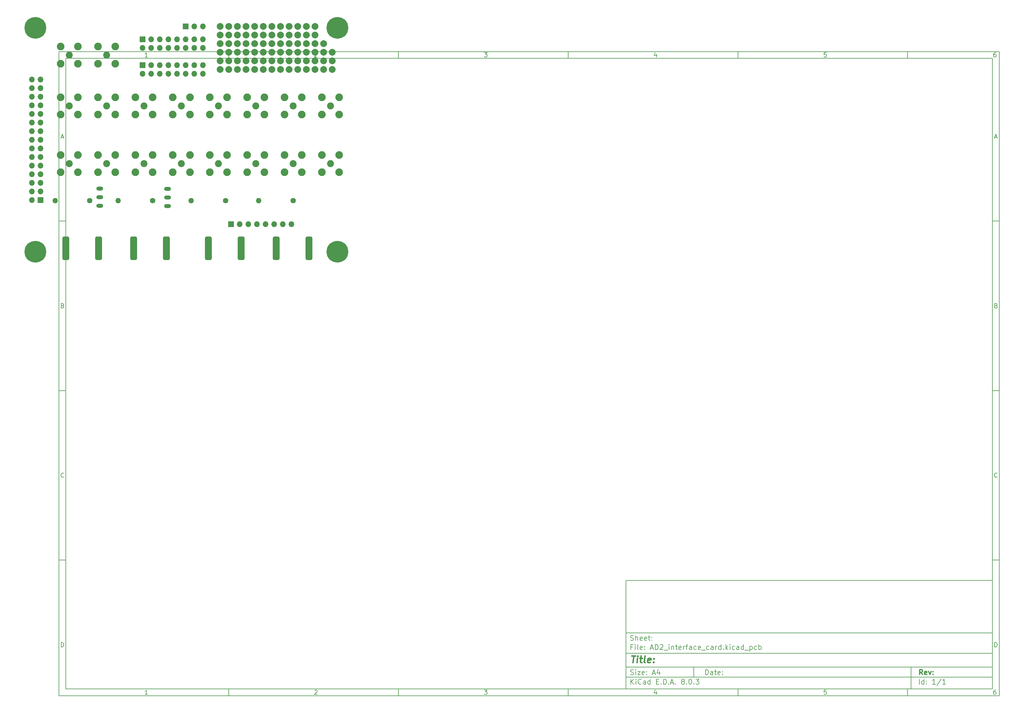
<source format=gbr>
%TF.GenerationSoftware,KiCad,Pcbnew,8.0.3*%
%TF.CreationDate,2024-12-12T12:19:01+09:00*%
%TF.ProjectId,AD2_interface_card,4144325f-696e-4746-9572-666163655f63,rev?*%
%TF.SameCoordinates,Original*%
%TF.FileFunction,Soldermask,Bot*%
%TF.FilePolarity,Negative*%
%FSLAX46Y46*%
G04 Gerber Fmt 4.6, Leading zero omitted, Abs format (unit mm)*
G04 Created by KiCad (PCBNEW 8.0.3) date 2024-12-12 12:19:01*
%MOMM*%
%LPD*%
G01*
G04 APERTURE LIST*
G04 Aperture macros list*
%AMRoundRect*
0 Rectangle with rounded corners*
0 $1 Rounding radius*
0 $2 $3 $4 $5 $6 $7 $8 $9 X,Y pos of 4 corners*
0 Add a 4 corners polygon primitive as box body*
4,1,4,$2,$3,$4,$5,$6,$7,$8,$9,$2,$3,0*
0 Add four circle primitives for the rounded corners*
1,1,$1+$1,$2,$3*
1,1,$1+$1,$4,$5*
1,1,$1+$1,$6,$7*
1,1,$1+$1,$8,$9*
0 Add four rect primitives between the rounded corners*
20,1,$1+$1,$2,$3,$4,$5,0*
20,1,$1+$1,$4,$5,$6,$7,0*
20,1,$1+$1,$6,$7,$8,$9,0*
20,1,$1+$1,$8,$9,$2,$3,0*%
G04 Aperture macros list end*
%ADD10C,0.100000*%
%ADD11C,0.150000*%
%ADD12C,0.300000*%
%ADD13C,0.400000*%
%ADD14C,2.050000*%
%ADD15C,2.250000*%
%ADD16C,2.000000*%
%ADD17O,2.000000X1.200000*%
%ADD18C,0.800000*%
%ADD19RoundRect,0.500000X-0.500000X-3.000000X0.500000X-3.000000X0.500000X3.000000X-0.500000X3.000000X0*%
%ADD20C,6.400000*%
%ADD21R,1.700000X1.700000*%
%ADD22O,1.700000X1.700000*%
%ADD23C,1.600000*%
%ADD24O,1.600000X1.600000*%
G04 APERTURE END LIST*
D10*
D11*
X177002200Y-166007200D02*
X285002200Y-166007200D01*
X285002200Y-198007200D01*
X177002200Y-198007200D01*
X177002200Y-166007200D01*
D10*
D11*
X10000000Y-10000000D02*
X287002200Y-10000000D01*
X287002200Y-200007200D01*
X10000000Y-200007200D01*
X10000000Y-10000000D01*
D10*
D11*
X12000000Y-12000000D02*
X285002200Y-12000000D01*
X285002200Y-198007200D01*
X12000000Y-198007200D01*
X12000000Y-12000000D01*
D10*
D11*
X60000000Y-12000000D02*
X60000000Y-10000000D01*
D10*
D11*
X110000000Y-12000000D02*
X110000000Y-10000000D01*
D10*
D11*
X160000000Y-12000000D02*
X160000000Y-10000000D01*
D10*
D11*
X210000000Y-12000000D02*
X210000000Y-10000000D01*
D10*
D11*
X260000000Y-12000000D02*
X260000000Y-10000000D01*
D10*
D11*
X36089160Y-11593604D02*
X35346303Y-11593604D01*
X35717731Y-11593604D02*
X35717731Y-10293604D01*
X35717731Y-10293604D02*
X35593922Y-10479319D01*
X35593922Y-10479319D02*
X35470112Y-10603128D01*
X35470112Y-10603128D02*
X35346303Y-10665033D01*
D10*
D11*
X85346303Y-10417414D02*
X85408207Y-10355509D01*
X85408207Y-10355509D02*
X85532017Y-10293604D01*
X85532017Y-10293604D02*
X85841541Y-10293604D01*
X85841541Y-10293604D02*
X85965350Y-10355509D01*
X85965350Y-10355509D02*
X86027255Y-10417414D01*
X86027255Y-10417414D02*
X86089160Y-10541223D01*
X86089160Y-10541223D02*
X86089160Y-10665033D01*
X86089160Y-10665033D02*
X86027255Y-10850747D01*
X86027255Y-10850747D02*
X85284398Y-11593604D01*
X85284398Y-11593604D02*
X86089160Y-11593604D01*
D10*
D11*
X135284398Y-10293604D02*
X136089160Y-10293604D01*
X136089160Y-10293604D02*
X135655826Y-10788842D01*
X135655826Y-10788842D02*
X135841541Y-10788842D01*
X135841541Y-10788842D02*
X135965350Y-10850747D01*
X135965350Y-10850747D02*
X136027255Y-10912652D01*
X136027255Y-10912652D02*
X136089160Y-11036461D01*
X136089160Y-11036461D02*
X136089160Y-11345985D01*
X136089160Y-11345985D02*
X136027255Y-11469795D01*
X136027255Y-11469795D02*
X135965350Y-11531700D01*
X135965350Y-11531700D02*
X135841541Y-11593604D01*
X135841541Y-11593604D02*
X135470112Y-11593604D01*
X135470112Y-11593604D02*
X135346303Y-11531700D01*
X135346303Y-11531700D02*
X135284398Y-11469795D01*
D10*
D11*
X185965350Y-10726938D02*
X185965350Y-11593604D01*
X185655826Y-10231700D02*
X185346303Y-11160271D01*
X185346303Y-11160271D02*
X186151064Y-11160271D01*
D10*
D11*
X236027255Y-10293604D02*
X235408207Y-10293604D01*
X235408207Y-10293604D02*
X235346303Y-10912652D01*
X235346303Y-10912652D02*
X235408207Y-10850747D01*
X235408207Y-10850747D02*
X235532017Y-10788842D01*
X235532017Y-10788842D02*
X235841541Y-10788842D01*
X235841541Y-10788842D02*
X235965350Y-10850747D01*
X235965350Y-10850747D02*
X236027255Y-10912652D01*
X236027255Y-10912652D02*
X236089160Y-11036461D01*
X236089160Y-11036461D02*
X236089160Y-11345985D01*
X236089160Y-11345985D02*
X236027255Y-11469795D01*
X236027255Y-11469795D02*
X235965350Y-11531700D01*
X235965350Y-11531700D02*
X235841541Y-11593604D01*
X235841541Y-11593604D02*
X235532017Y-11593604D01*
X235532017Y-11593604D02*
X235408207Y-11531700D01*
X235408207Y-11531700D02*
X235346303Y-11469795D01*
D10*
D11*
X285965350Y-10293604D02*
X285717731Y-10293604D01*
X285717731Y-10293604D02*
X285593922Y-10355509D01*
X285593922Y-10355509D02*
X285532017Y-10417414D01*
X285532017Y-10417414D02*
X285408207Y-10603128D01*
X285408207Y-10603128D02*
X285346303Y-10850747D01*
X285346303Y-10850747D02*
X285346303Y-11345985D01*
X285346303Y-11345985D02*
X285408207Y-11469795D01*
X285408207Y-11469795D02*
X285470112Y-11531700D01*
X285470112Y-11531700D02*
X285593922Y-11593604D01*
X285593922Y-11593604D02*
X285841541Y-11593604D01*
X285841541Y-11593604D02*
X285965350Y-11531700D01*
X285965350Y-11531700D02*
X286027255Y-11469795D01*
X286027255Y-11469795D02*
X286089160Y-11345985D01*
X286089160Y-11345985D02*
X286089160Y-11036461D01*
X286089160Y-11036461D02*
X286027255Y-10912652D01*
X286027255Y-10912652D02*
X285965350Y-10850747D01*
X285965350Y-10850747D02*
X285841541Y-10788842D01*
X285841541Y-10788842D02*
X285593922Y-10788842D01*
X285593922Y-10788842D02*
X285470112Y-10850747D01*
X285470112Y-10850747D02*
X285408207Y-10912652D01*
X285408207Y-10912652D02*
X285346303Y-11036461D01*
D10*
D11*
X60000000Y-198007200D02*
X60000000Y-200007200D01*
D10*
D11*
X110000000Y-198007200D02*
X110000000Y-200007200D01*
D10*
D11*
X160000000Y-198007200D02*
X160000000Y-200007200D01*
D10*
D11*
X210000000Y-198007200D02*
X210000000Y-200007200D01*
D10*
D11*
X260000000Y-198007200D02*
X260000000Y-200007200D01*
D10*
D11*
X36089160Y-199600804D02*
X35346303Y-199600804D01*
X35717731Y-199600804D02*
X35717731Y-198300804D01*
X35717731Y-198300804D02*
X35593922Y-198486519D01*
X35593922Y-198486519D02*
X35470112Y-198610328D01*
X35470112Y-198610328D02*
X35346303Y-198672233D01*
D10*
D11*
X85346303Y-198424614D02*
X85408207Y-198362709D01*
X85408207Y-198362709D02*
X85532017Y-198300804D01*
X85532017Y-198300804D02*
X85841541Y-198300804D01*
X85841541Y-198300804D02*
X85965350Y-198362709D01*
X85965350Y-198362709D02*
X86027255Y-198424614D01*
X86027255Y-198424614D02*
X86089160Y-198548423D01*
X86089160Y-198548423D02*
X86089160Y-198672233D01*
X86089160Y-198672233D02*
X86027255Y-198857947D01*
X86027255Y-198857947D02*
X85284398Y-199600804D01*
X85284398Y-199600804D02*
X86089160Y-199600804D01*
D10*
D11*
X135284398Y-198300804D02*
X136089160Y-198300804D01*
X136089160Y-198300804D02*
X135655826Y-198796042D01*
X135655826Y-198796042D02*
X135841541Y-198796042D01*
X135841541Y-198796042D02*
X135965350Y-198857947D01*
X135965350Y-198857947D02*
X136027255Y-198919852D01*
X136027255Y-198919852D02*
X136089160Y-199043661D01*
X136089160Y-199043661D02*
X136089160Y-199353185D01*
X136089160Y-199353185D02*
X136027255Y-199476995D01*
X136027255Y-199476995D02*
X135965350Y-199538900D01*
X135965350Y-199538900D02*
X135841541Y-199600804D01*
X135841541Y-199600804D02*
X135470112Y-199600804D01*
X135470112Y-199600804D02*
X135346303Y-199538900D01*
X135346303Y-199538900D02*
X135284398Y-199476995D01*
D10*
D11*
X185965350Y-198734138D02*
X185965350Y-199600804D01*
X185655826Y-198238900D02*
X185346303Y-199167471D01*
X185346303Y-199167471D02*
X186151064Y-199167471D01*
D10*
D11*
X236027255Y-198300804D02*
X235408207Y-198300804D01*
X235408207Y-198300804D02*
X235346303Y-198919852D01*
X235346303Y-198919852D02*
X235408207Y-198857947D01*
X235408207Y-198857947D02*
X235532017Y-198796042D01*
X235532017Y-198796042D02*
X235841541Y-198796042D01*
X235841541Y-198796042D02*
X235965350Y-198857947D01*
X235965350Y-198857947D02*
X236027255Y-198919852D01*
X236027255Y-198919852D02*
X236089160Y-199043661D01*
X236089160Y-199043661D02*
X236089160Y-199353185D01*
X236089160Y-199353185D02*
X236027255Y-199476995D01*
X236027255Y-199476995D02*
X235965350Y-199538900D01*
X235965350Y-199538900D02*
X235841541Y-199600804D01*
X235841541Y-199600804D02*
X235532017Y-199600804D01*
X235532017Y-199600804D02*
X235408207Y-199538900D01*
X235408207Y-199538900D02*
X235346303Y-199476995D01*
D10*
D11*
X285965350Y-198300804D02*
X285717731Y-198300804D01*
X285717731Y-198300804D02*
X285593922Y-198362709D01*
X285593922Y-198362709D02*
X285532017Y-198424614D01*
X285532017Y-198424614D02*
X285408207Y-198610328D01*
X285408207Y-198610328D02*
X285346303Y-198857947D01*
X285346303Y-198857947D02*
X285346303Y-199353185D01*
X285346303Y-199353185D02*
X285408207Y-199476995D01*
X285408207Y-199476995D02*
X285470112Y-199538900D01*
X285470112Y-199538900D02*
X285593922Y-199600804D01*
X285593922Y-199600804D02*
X285841541Y-199600804D01*
X285841541Y-199600804D02*
X285965350Y-199538900D01*
X285965350Y-199538900D02*
X286027255Y-199476995D01*
X286027255Y-199476995D02*
X286089160Y-199353185D01*
X286089160Y-199353185D02*
X286089160Y-199043661D01*
X286089160Y-199043661D02*
X286027255Y-198919852D01*
X286027255Y-198919852D02*
X285965350Y-198857947D01*
X285965350Y-198857947D02*
X285841541Y-198796042D01*
X285841541Y-198796042D02*
X285593922Y-198796042D01*
X285593922Y-198796042D02*
X285470112Y-198857947D01*
X285470112Y-198857947D02*
X285408207Y-198919852D01*
X285408207Y-198919852D02*
X285346303Y-199043661D01*
D10*
D11*
X10000000Y-60000000D02*
X12000000Y-60000000D01*
D10*
D11*
X10000000Y-110000000D02*
X12000000Y-110000000D01*
D10*
D11*
X10000000Y-160000000D02*
X12000000Y-160000000D01*
D10*
D11*
X10690476Y-35222176D02*
X11309523Y-35222176D01*
X10566666Y-35593604D02*
X10999999Y-34293604D01*
X10999999Y-34293604D02*
X11433333Y-35593604D01*
D10*
D11*
X11092857Y-84912652D02*
X11278571Y-84974557D01*
X11278571Y-84974557D02*
X11340476Y-85036461D01*
X11340476Y-85036461D02*
X11402380Y-85160271D01*
X11402380Y-85160271D02*
X11402380Y-85345985D01*
X11402380Y-85345985D02*
X11340476Y-85469795D01*
X11340476Y-85469795D02*
X11278571Y-85531700D01*
X11278571Y-85531700D02*
X11154761Y-85593604D01*
X11154761Y-85593604D02*
X10659523Y-85593604D01*
X10659523Y-85593604D02*
X10659523Y-84293604D01*
X10659523Y-84293604D02*
X11092857Y-84293604D01*
X11092857Y-84293604D02*
X11216666Y-84355509D01*
X11216666Y-84355509D02*
X11278571Y-84417414D01*
X11278571Y-84417414D02*
X11340476Y-84541223D01*
X11340476Y-84541223D02*
X11340476Y-84665033D01*
X11340476Y-84665033D02*
X11278571Y-84788842D01*
X11278571Y-84788842D02*
X11216666Y-84850747D01*
X11216666Y-84850747D02*
X11092857Y-84912652D01*
X11092857Y-84912652D02*
X10659523Y-84912652D01*
D10*
D11*
X11402380Y-135469795D02*
X11340476Y-135531700D01*
X11340476Y-135531700D02*
X11154761Y-135593604D01*
X11154761Y-135593604D02*
X11030952Y-135593604D01*
X11030952Y-135593604D02*
X10845238Y-135531700D01*
X10845238Y-135531700D02*
X10721428Y-135407890D01*
X10721428Y-135407890D02*
X10659523Y-135284080D01*
X10659523Y-135284080D02*
X10597619Y-135036461D01*
X10597619Y-135036461D02*
X10597619Y-134850747D01*
X10597619Y-134850747D02*
X10659523Y-134603128D01*
X10659523Y-134603128D02*
X10721428Y-134479319D01*
X10721428Y-134479319D02*
X10845238Y-134355509D01*
X10845238Y-134355509D02*
X11030952Y-134293604D01*
X11030952Y-134293604D02*
X11154761Y-134293604D01*
X11154761Y-134293604D02*
X11340476Y-134355509D01*
X11340476Y-134355509D02*
X11402380Y-134417414D01*
D10*
D11*
X10659523Y-185593604D02*
X10659523Y-184293604D01*
X10659523Y-184293604D02*
X10969047Y-184293604D01*
X10969047Y-184293604D02*
X11154761Y-184355509D01*
X11154761Y-184355509D02*
X11278571Y-184479319D01*
X11278571Y-184479319D02*
X11340476Y-184603128D01*
X11340476Y-184603128D02*
X11402380Y-184850747D01*
X11402380Y-184850747D02*
X11402380Y-185036461D01*
X11402380Y-185036461D02*
X11340476Y-185284080D01*
X11340476Y-185284080D02*
X11278571Y-185407890D01*
X11278571Y-185407890D02*
X11154761Y-185531700D01*
X11154761Y-185531700D02*
X10969047Y-185593604D01*
X10969047Y-185593604D02*
X10659523Y-185593604D01*
D10*
D11*
X287002200Y-60000000D02*
X285002200Y-60000000D01*
D10*
D11*
X287002200Y-110000000D02*
X285002200Y-110000000D01*
D10*
D11*
X287002200Y-160000000D02*
X285002200Y-160000000D01*
D10*
D11*
X285692676Y-35222176D02*
X286311723Y-35222176D01*
X285568866Y-35593604D02*
X286002199Y-34293604D01*
X286002199Y-34293604D02*
X286435533Y-35593604D01*
D10*
D11*
X286095057Y-84912652D02*
X286280771Y-84974557D01*
X286280771Y-84974557D02*
X286342676Y-85036461D01*
X286342676Y-85036461D02*
X286404580Y-85160271D01*
X286404580Y-85160271D02*
X286404580Y-85345985D01*
X286404580Y-85345985D02*
X286342676Y-85469795D01*
X286342676Y-85469795D02*
X286280771Y-85531700D01*
X286280771Y-85531700D02*
X286156961Y-85593604D01*
X286156961Y-85593604D02*
X285661723Y-85593604D01*
X285661723Y-85593604D02*
X285661723Y-84293604D01*
X285661723Y-84293604D02*
X286095057Y-84293604D01*
X286095057Y-84293604D02*
X286218866Y-84355509D01*
X286218866Y-84355509D02*
X286280771Y-84417414D01*
X286280771Y-84417414D02*
X286342676Y-84541223D01*
X286342676Y-84541223D02*
X286342676Y-84665033D01*
X286342676Y-84665033D02*
X286280771Y-84788842D01*
X286280771Y-84788842D02*
X286218866Y-84850747D01*
X286218866Y-84850747D02*
X286095057Y-84912652D01*
X286095057Y-84912652D02*
X285661723Y-84912652D01*
D10*
D11*
X286404580Y-135469795D02*
X286342676Y-135531700D01*
X286342676Y-135531700D02*
X286156961Y-135593604D01*
X286156961Y-135593604D02*
X286033152Y-135593604D01*
X286033152Y-135593604D02*
X285847438Y-135531700D01*
X285847438Y-135531700D02*
X285723628Y-135407890D01*
X285723628Y-135407890D02*
X285661723Y-135284080D01*
X285661723Y-135284080D02*
X285599819Y-135036461D01*
X285599819Y-135036461D02*
X285599819Y-134850747D01*
X285599819Y-134850747D02*
X285661723Y-134603128D01*
X285661723Y-134603128D02*
X285723628Y-134479319D01*
X285723628Y-134479319D02*
X285847438Y-134355509D01*
X285847438Y-134355509D02*
X286033152Y-134293604D01*
X286033152Y-134293604D02*
X286156961Y-134293604D01*
X286156961Y-134293604D02*
X286342676Y-134355509D01*
X286342676Y-134355509D02*
X286404580Y-134417414D01*
D10*
D11*
X285661723Y-185593604D02*
X285661723Y-184293604D01*
X285661723Y-184293604D02*
X285971247Y-184293604D01*
X285971247Y-184293604D02*
X286156961Y-184355509D01*
X286156961Y-184355509D02*
X286280771Y-184479319D01*
X286280771Y-184479319D02*
X286342676Y-184603128D01*
X286342676Y-184603128D02*
X286404580Y-184850747D01*
X286404580Y-184850747D02*
X286404580Y-185036461D01*
X286404580Y-185036461D02*
X286342676Y-185284080D01*
X286342676Y-185284080D02*
X286280771Y-185407890D01*
X286280771Y-185407890D02*
X286156961Y-185531700D01*
X286156961Y-185531700D02*
X285971247Y-185593604D01*
X285971247Y-185593604D02*
X285661723Y-185593604D01*
D10*
D11*
X200458026Y-193793328D02*
X200458026Y-192293328D01*
X200458026Y-192293328D02*
X200815169Y-192293328D01*
X200815169Y-192293328D02*
X201029455Y-192364757D01*
X201029455Y-192364757D02*
X201172312Y-192507614D01*
X201172312Y-192507614D02*
X201243741Y-192650471D01*
X201243741Y-192650471D02*
X201315169Y-192936185D01*
X201315169Y-192936185D02*
X201315169Y-193150471D01*
X201315169Y-193150471D02*
X201243741Y-193436185D01*
X201243741Y-193436185D02*
X201172312Y-193579042D01*
X201172312Y-193579042D02*
X201029455Y-193721900D01*
X201029455Y-193721900D02*
X200815169Y-193793328D01*
X200815169Y-193793328D02*
X200458026Y-193793328D01*
X202600884Y-193793328D02*
X202600884Y-193007614D01*
X202600884Y-193007614D02*
X202529455Y-192864757D01*
X202529455Y-192864757D02*
X202386598Y-192793328D01*
X202386598Y-192793328D02*
X202100884Y-192793328D01*
X202100884Y-192793328D02*
X201958026Y-192864757D01*
X202600884Y-193721900D02*
X202458026Y-193793328D01*
X202458026Y-193793328D02*
X202100884Y-193793328D01*
X202100884Y-193793328D02*
X201958026Y-193721900D01*
X201958026Y-193721900D02*
X201886598Y-193579042D01*
X201886598Y-193579042D02*
X201886598Y-193436185D01*
X201886598Y-193436185D02*
X201958026Y-193293328D01*
X201958026Y-193293328D02*
X202100884Y-193221900D01*
X202100884Y-193221900D02*
X202458026Y-193221900D01*
X202458026Y-193221900D02*
X202600884Y-193150471D01*
X203100884Y-192793328D02*
X203672312Y-192793328D01*
X203315169Y-192293328D02*
X203315169Y-193579042D01*
X203315169Y-193579042D02*
X203386598Y-193721900D01*
X203386598Y-193721900D02*
X203529455Y-193793328D01*
X203529455Y-193793328D02*
X203672312Y-193793328D01*
X204743741Y-193721900D02*
X204600884Y-193793328D01*
X204600884Y-193793328D02*
X204315170Y-193793328D01*
X204315170Y-193793328D02*
X204172312Y-193721900D01*
X204172312Y-193721900D02*
X204100884Y-193579042D01*
X204100884Y-193579042D02*
X204100884Y-193007614D01*
X204100884Y-193007614D02*
X204172312Y-192864757D01*
X204172312Y-192864757D02*
X204315170Y-192793328D01*
X204315170Y-192793328D02*
X204600884Y-192793328D01*
X204600884Y-192793328D02*
X204743741Y-192864757D01*
X204743741Y-192864757D02*
X204815170Y-193007614D01*
X204815170Y-193007614D02*
X204815170Y-193150471D01*
X204815170Y-193150471D02*
X204100884Y-193293328D01*
X205458026Y-193650471D02*
X205529455Y-193721900D01*
X205529455Y-193721900D02*
X205458026Y-193793328D01*
X205458026Y-193793328D02*
X205386598Y-193721900D01*
X205386598Y-193721900D02*
X205458026Y-193650471D01*
X205458026Y-193650471D02*
X205458026Y-193793328D01*
X205458026Y-192864757D02*
X205529455Y-192936185D01*
X205529455Y-192936185D02*
X205458026Y-193007614D01*
X205458026Y-193007614D02*
X205386598Y-192936185D01*
X205386598Y-192936185D02*
X205458026Y-192864757D01*
X205458026Y-192864757D02*
X205458026Y-193007614D01*
D10*
D11*
X177002200Y-194507200D02*
X285002200Y-194507200D01*
D10*
D11*
X178458026Y-196593328D02*
X178458026Y-195093328D01*
X179315169Y-196593328D02*
X178672312Y-195736185D01*
X179315169Y-195093328D02*
X178458026Y-195950471D01*
X179958026Y-196593328D02*
X179958026Y-195593328D01*
X179958026Y-195093328D02*
X179886598Y-195164757D01*
X179886598Y-195164757D02*
X179958026Y-195236185D01*
X179958026Y-195236185D02*
X180029455Y-195164757D01*
X180029455Y-195164757D02*
X179958026Y-195093328D01*
X179958026Y-195093328D02*
X179958026Y-195236185D01*
X181529455Y-196450471D02*
X181458027Y-196521900D01*
X181458027Y-196521900D02*
X181243741Y-196593328D01*
X181243741Y-196593328D02*
X181100884Y-196593328D01*
X181100884Y-196593328D02*
X180886598Y-196521900D01*
X180886598Y-196521900D02*
X180743741Y-196379042D01*
X180743741Y-196379042D02*
X180672312Y-196236185D01*
X180672312Y-196236185D02*
X180600884Y-195950471D01*
X180600884Y-195950471D02*
X180600884Y-195736185D01*
X180600884Y-195736185D02*
X180672312Y-195450471D01*
X180672312Y-195450471D02*
X180743741Y-195307614D01*
X180743741Y-195307614D02*
X180886598Y-195164757D01*
X180886598Y-195164757D02*
X181100884Y-195093328D01*
X181100884Y-195093328D02*
X181243741Y-195093328D01*
X181243741Y-195093328D02*
X181458027Y-195164757D01*
X181458027Y-195164757D02*
X181529455Y-195236185D01*
X182815170Y-196593328D02*
X182815170Y-195807614D01*
X182815170Y-195807614D02*
X182743741Y-195664757D01*
X182743741Y-195664757D02*
X182600884Y-195593328D01*
X182600884Y-195593328D02*
X182315170Y-195593328D01*
X182315170Y-195593328D02*
X182172312Y-195664757D01*
X182815170Y-196521900D02*
X182672312Y-196593328D01*
X182672312Y-196593328D02*
X182315170Y-196593328D01*
X182315170Y-196593328D02*
X182172312Y-196521900D01*
X182172312Y-196521900D02*
X182100884Y-196379042D01*
X182100884Y-196379042D02*
X182100884Y-196236185D01*
X182100884Y-196236185D02*
X182172312Y-196093328D01*
X182172312Y-196093328D02*
X182315170Y-196021900D01*
X182315170Y-196021900D02*
X182672312Y-196021900D01*
X182672312Y-196021900D02*
X182815170Y-195950471D01*
X184172313Y-196593328D02*
X184172313Y-195093328D01*
X184172313Y-196521900D02*
X184029455Y-196593328D01*
X184029455Y-196593328D02*
X183743741Y-196593328D01*
X183743741Y-196593328D02*
X183600884Y-196521900D01*
X183600884Y-196521900D02*
X183529455Y-196450471D01*
X183529455Y-196450471D02*
X183458027Y-196307614D01*
X183458027Y-196307614D02*
X183458027Y-195879042D01*
X183458027Y-195879042D02*
X183529455Y-195736185D01*
X183529455Y-195736185D02*
X183600884Y-195664757D01*
X183600884Y-195664757D02*
X183743741Y-195593328D01*
X183743741Y-195593328D02*
X184029455Y-195593328D01*
X184029455Y-195593328D02*
X184172313Y-195664757D01*
X186029455Y-195807614D02*
X186529455Y-195807614D01*
X186743741Y-196593328D02*
X186029455Y-196593328D01*
X186029455Y-196593328D02*
X186029455Y-195093328D01*
X186029455Y-195093328D02*
X186743741Y-195093328D01*
X187386598Y-196450471D02*
X187458027Y-196521900D01*
X187458027Y-196521900D02*
X187386598Y-196593328D01*
X187386598Y-196593328D02*
X187315170Y-196521900D01*
X187315170Y-196521900D02*
X187386598Y-196450471D01*
X187386598Y-196450471D02*
X187386598Y-196593328D01*
X188100884Y-196593328D02*
X188100884Y-195093328D01*
X188100884Y-195093328D02*
X188458027Y-195093328D01*
X188458027Y-195093328D02*
X188672313Y-195164757D01*
X188672313Y-195164757D02*
X188815170Y-195307614D01*
X188815170Y-195307614D02*
X188886599Y-195450471D01*
X188886599Y-195450471D02*
X188958027Y-195736185D01*
X188958027Y-195736185D02*
X188958027Y-195950471D01*
X188958027Y-195950471D02*
X188886599Y-196236185D01*
X188886599Y-196236185D02*
X188815170Y-196379042D01*
X188815170Y-196379042D02*
X188672313Y-196521900D01*
X188672313Y-196521900D02*
X188458027Y-196593328D01*
X188458027Y-196593328D02*
X188100884Y-196593328D01*
X189600884Y-196450471D02*
X189672313Y-196521900D01*
X189672313Y-196521900D02*
X189600884Y-196593328D01*
X189600884Y-196593328D02*
X189529456Y-196521900D01*
X189529456Y-196521900D02*
X189600884Y-196450471D01*
X189600884Y-196450471D02*
X189600884Y-196593328D01*
X190243742Y-196164757D02*
X190958028Y-196164757D01*
X190100885Y-196593328D02*
X190600885Y-195093328D01*
X190600885Y-195093328D02*
X191100885Y-196593328D01*
X191600884Y-196450471D02*
X191672313Y-196521900D01*
X191672313Y-196521900D02*
X191600884Y-196593328D01*
X191600884Y-196593328D02*
X191529456Y-196521900D01*
X191529456Y-196521900D02*
X191600884Y-196450471D01*
X191600884Y-196450471D02*
X191600884Y-196593328D01*
X193672313Y-195736185D02*
X193529456Y-195664757D01*
X193529456Y-195664757D02*
X193458027Y-195593328D01*
X193458027Y-195593328D02*
X193386599Y-195450471D01*
X193386599Y-195450471D02*
X193386599Y-195379042D01*
X193386599Y-195379042D02*
X193458027Y-195236185D01*
X193458027Y-195236185D02*
X193529456Y-195164757D01*
X193529456Y-195164757D02*
X193672313Y-195093328D01*
X193672313Y-195093328D02*
X193958027Y-195093328D01*
X193958027Y-195093328D02*
X194100885Y-195164757D01*
X194100885Y-195164757D02*
X194172313Y-195236185D01*
X194172313Y-195236185D02*
X194243742Y-195379042D01*
X194243742Y-195379042D02*
X194243742Y-195450471D01*
X194243742Y-195450471D02*
X194172313Y-195593328D01*
X194172313Y-195593328D02*
X194100885Y-195664757D01*
X194100885Y-195664757D02*
X193958027Y-195736185D01*
X193958027Y-195736185D02*
X193672313Y-195736185D01*
X193672313Y-195736185D02*
X193529456Y-195807614D01*
X193529456Y-195807614D02*
X193458027Y-195879042D01*
X193458027Y-195879042D02*
X193386599Y-196021900D01*
X193386599Y-196021900D02*
X193386599Y-196307614D01*
X193386599Y-196307614D02*
X193458027Y-196450471D01*
X193458027Y-196450471D02*
X193529456Y-196521900D01*
X193529456Y-196521900D02*
X193672313Y-196593328D01*
X193672313Y-196593328D02*
X193958027Y-196593328D01*
X193958027Y-196593328D02*
X194100885Y-196521900D01*
X194100885Y-196521900D02*
X194172313Y-196450471D01*
X194172313Y-196450471D02*
X194243742Y-196307614D01*
X194243742Y-196307614D02*
X194243742Y-196021900D01*
X194243742Y-196021900D02*
X194172313Y-195879042D01*
X194172313Y-195879042D02*
X194100885Y-195807614D01*
X194100885Y-195807614D02*
X193958027Y-195736185D01*
X194886598Y-196450471D02*
X194958027Y-196521900D01*
X194958027Y-196521900D02*
X194886598Y-196593328D01*
X194886598Y-196593328D02*
X194815170Y-196521900D01*
X194815170Y-196521900D02*
X194886598Y-196450471D01*
X194886598Y-196450471D02*
X194886598Y-196593328D01*
X195886599Y-195093328D02*
X196029456Y-195093328D01*
X196029456Y-195093328D02*
X196172313Y-195164757D01*
X196172313Y-195164757D02*
X196243742Y-195236185D01*
X196243742Y-195236185D02*
X196315170Y-195379042D01*
X196315170Y-195379042D02*
X196386599Y-195664757D01*
X196386599Y-195664757D02*
X196386599Y-196021900D01*
X196386599Y-196021900D02*
X196315170Y-196307614D01*
X196315170Y-196307614D02*
X196243742Y-196450471D01*
X196243742Y-196450471D02*
X196172313Y-196521900D01*
X196172313Y-196521900D02*
X196029456Y-196593328D01*
X196029456Y-196593328D02*
X195886599Y-196593328D01*
X195886599Y-196593328D02*
X195743742Y-196521900D01*
X195743742Y-196521900D02*
X195672313Y-196450471D01*
X195672313Y-196450471D02*
X195600884Y-196307614D01*
X195600884Y-196307614D02*
X195529456Y-196021900D01*
X195529456Y-196021900D02*
X195529456Y-195664757D01*
X195529456Y-195664757D02*
X195600884Y-195379042D01*
X195600884Y-195379042D02*
X195672313Y-195236185D01*
X195672313Y-195236185D02*
X195743742Y-195164757D01*
X195743742Y-195164757D02*
X195886599Y-195093328D01*
X197029455Y-196450471D02*
X197100884Y-196521900D01*
X197100884Y-196521900D02*
X197029455Y-196593328D01*
X197029455Y-196593328D02*
X196958027Y-196521900D01*
X196958027Y-196521900D02*
X197029455Y-196450471D01*
X197029455Y-196450471D02*
X197029455Y-196593328D01*
X197600884Y-195093328D02*
X198529456Y-195093328D01*
X198529456Y-195093328D02*
X198029456Y-195664757D01*
X198029456Y-195664757D02*
X198243741Y-195664757D01*
X198243741Y-195664757D02*
X198386599Y-195736185D01*
X198386599Y-195736185D02*
X198458027Y-195807614D01*
X198458027Y-195807614D02*
X198529456Y-195950471D01*
X198529456Y-195950471D02*
X198529456Y-196307614D01*
X198529456Y-196307614D02*
X198458027Y-196450471D01*
X198458027Y-196450471D02*
X198386599Y-196521900D01*
X198386599Y-196521900D02*
X198243741Y-196593328D01*
X198243741Y-196593328D02*
X197815170Y-196593328D01*
X197815170Y-196593328D02*
X197672313Y-196521900D01*
X197672313Y-196521900D02*
X197600884Y-196450471D01*
D10*
D11*
X177002200Y-191507200D02*
X285002200Y-191507200D01*
D10*
D12*
X264413853Y-193785528D02*
X263913853Y-193071242D01*
X263556710Y-193785528D02*
X263556710Y-192285528D01*
X263556710Y-192285528D02*
X264128139Y-192285528D01*
X264128139Y-192285528D02*
X264270996Y-192356957D01*
X264270996Y-192356957D02*
X264342425Y-192428385D01*
X264342425Y-192428385D02*
X264413853Y-192571242D01*
X264413853Y-192571242D02*
X264413853Y-192785528D01*
X264413853Y-192785528D02*
X264342425Y-192928385D01*
X264342425Y-192928385D02*
X264270996Y-192999814D01*
X264270996Y-192999814D02*
X264128139Y-193071242D01*
X264128139Y-193071242D02*
X263556710Y-193071242D01*
X265628139Y-193714100D02*
X265485282Y-193785528D01*
X265485282Y-193785528D02*
X265199568Y-193785528D01*
X265199568Y-193785528D02*
X265056710Y-193714100D01*
X265056710Y-193714100D02*
X264985282Y-193571242D01*
X264985282Y-193571242D02*
X264985282Y-192999814D01*
X264985282Y-192999814D02*
X265056710Y-192856957D01*
X265056710Y-192856957D02*
X265199568Y-192785528D01*
X265199568Y-192785528D02*
X265485282Y-192785528D01*
X265485282Y-192785528D02*
X265628139Y-192856957D01*
X265628139Y-192856957D02*
X265699568Y-192999814D01*
X265699568Y-192999814D02*
X265699568Y-193142671D01*
X265699568Y-193142671D02*
X264985282Y-193285528D01*
X266199567Y-192785528D02*
X266556710Y-193785528D01*
X266556710Y-193785528D02*
X266913853Y-192785528D01*
X267485281Y-193642671D02*
X267556710Y-193714100D01*
X267556710Y-193714100D02*
X267485281Y-193785528D01*
X267485281Y-193785528D02*
X267413853Y-193714100D01*
X267413853Y-193714100D02*
X267485281Y-193642671D01*
X267485281Y-193642671D02*
X267485281Y-193785528D01*
X267485281Y-192856957D02*
X267556710Y-192928385D01*
X267556710Y-192928385D02*
X267485281Y-192999814D01*
X267485281Y-192999814D02*
X267413853Y-192928385D01*
X267413853Y-192928385D02*
X267485281Y-192856957D01*
X267485281Y-192856957D02*
X267485281Y-192999814D01*
D10*
D11*
X178386598Y-193721900D02*
X178600884Y-193793328D01*
X178600884Y-193793328D02*
X178958026Y-193793328D01*
X178958026Y-193793328D02*
X179100884Y-193721900D01*
X179100884Y-193721900D02*
X179172312Y-193650471D01*
X179172312Y-193650471D02*
X179243741Y-193507614D01*
X179243741Y-193507614D02*
X179243741Y-193364757D01*
X179243741Y-193364757D02*
X179172312Y-193221900D01*
X179172312Y-193221900D02*
X179100884Y-193150471D01*
X179100884Y-193150471D02*
X178958026Y-193079042D01*
X178958026Y-193079042D02*
X178672312Y-193007614D01*
X178672312Y-193007614D02*
X178529455Y-192936185D01*
X178529455Y-192936185D02*
X178458026Y-192864757D01*
X178458026Y-192864757D02*
X178386598Y-192721900D01*
X178386598Y-192721900D02*
X178386598Y-192579042D01*
X178386598Y-192579042D02*
X178458026Y-192436185D01*
X178458026Y-192436185D02*
X178529455Y-192364757D01*
X178529455Y-192364757D02*
X178672312Y-192293328D01*
X178672312Y-192293328D02*
X179029455Y-192293328D01*
X179029455Y-192293328D02*
X179243741Y-192364757D01*
X179886597Y-193793328D02*
X179886597Y-192793328D01*
X179886597Y-192293328D02*
X179815169Y-192364757D01*
X179815169Y-192364757D02*
X179886597Y-192436185D01*
X179886597Y-192436185D02*
X179958026Y-192364757D01*
X179958026Y-192364757D02*
X179886597Y-192293328D01*
X179886597Y-192293328D02*
X179886597Y-192436185D01*
X180458026Y-192793328D02*
X181243741Y-192793328D01*
X181243741Y-192793328D02*
X180458026Y-193793328D01*
X180458026Y-193793328D02*
X181243741Y-193793328D01*
X182386598Y-193721900D02*
X182243741Y-193793328D01*
X182243741Y-193793328D02*
X181958027Y-193793328D01*
X181958027Y-193793328D02*
X181815169Y-193721900D01*
X181815169Y-193721900D02*
X181743741Y-193579042D01*
X181743741Y-193579042D02*
X181743741Y-193007614D01*
X181743741Y-193007614D02*
X181815169Y-192864757D01*
X181815169Y-192864757D02*
X181958027Y-192793328D01*
X181958027Y-192793328D02*
X182243741Y-192793328D01*
X182243741Y-192793328D02*
X182386598Y-192864757D01*
X182386598Y-192864757D02*
X182458027Y-193007614D01*
X182458027Y-193007614D02*
X182458027Y-193150471D01*
X182458027Y-193150471D02*
X181743741Y-193293328D01*
X183100883Y-193650471D02*
X183172312Y-193721900D01*
X183172312Y-193721900D02*
X183100883Y-193793328D01*
X183100883Y-193793328D02*
X183029455Y-193721900D01*
X183029455Y-193721900D02*
X183100883Y-193650471D01*
X183100883Y-193650471D02*
X183100883Y-193793328D01*
X183100883Y-192864757D02*
X183172312Y-192936185D01*
X183172312Y-192936185D02*
X183100883Y-193007614D01*
X183100883Y-193007614D02*
X183029455Y-192936185D01*
X183029455Y-192936185D02*
X183100883Y-192864757D01*
X183100883Y-192864757D02*
X183100883Y-193007614D01*
X184886598Y-193364757D02*
X185600884Y-193364757D01*
X184743741Y-193793328D02*
X185243741Y-192293328D01*
X185243741Y-192293328D02*
X185743741Y-193793328D01*
X186886598Y-192793328D02*
X186886598Y-193793328D01*
X186529455Y-192221900D02*
X186172312Y-193293328D01*
X186172312Y-193293328D02*
X187100883Y-193293328D01*
D10*
D11*
X263458026Y-196593328D02*
X263458026Y-195093328D01*
X264815170Y-196593328D02*
X264815170Y-195093328D01*
X264815170Y-196521900D02*
X264672312Y-196593328D01*
X264672312Y-196593328D02*
X264386598Y-196593328D01*
X264386598Y-196593328D02*
X264243741Y-196521900D01*
X264243741Y-196521900D02*
X264172312Y-196450471D01*
X264172312Y-196450471D02*
X264100884Y-196307614D01*
X264100884Y-196307614D02*
X264100884Y-195879042D01*
X264100884Y-195879042D02*
X264172312Y-195736185D01*
X264172312Y-195736185D02*
X264243741Y-195664757D01*
X264243741Y-195664757D02*
X264386598Y-195593328D01*
X264386598Y-195593328D02*
X264672312Y-195593328D01*
X264672312Y-195593328D02*
X264815170Y-195664757D01*
X265529455Y-196450471D02*
X265600884Y-196521900D01*
X265600884Y-196521900D02*
X265529455Y-196593328D01*
X265529455Y-196593328D02*
X265458027Y-196521900D01*
X265458027Y-196521900D02*
X265529455Y-196450471D01*
X265529455Y-196450471D02*
X265529455Y-196593328D01*
X265529455Y-195664757D02*
X265600884Y-195736185D01*
X265600884Y-195736185D02*
X265529455Y-195807614D01*
X265529455Y-195807614D02*
X265458027Y-195736185D01*
X265458027Y-195736185D02*
X265529455Y-195664757D01*
X265529455Y-195664757D02*
X265529455Y-195807614D01*
X268172313Y-196593328D02*
X267315170Y-196593328D01*
X267743741Y-196593328D02*
X267743741Y-195093328D01*
X267743741Y-195093328D02*
X267600884Y-195307614D01*
X267600884Y-195307614D02*
X267458027Y-195450471D01*
X267458027Y-195450471D02*
X267315170Y-195521900D01*
X269886598Y-195021900D02*
X268600884Y-196950471D01*
X271172313Y-196593328D02*
X270315170Y-196593328D01*
X270743741Y-196593328D02*
X270743741Y-195093328D01*
X270743741Y-195093328D02*
X270600884Y-195307614D01*
X270600884Y-195307614D02*
X270458027Y-195450471D01*
X270458027Y-195450471D02*
X270315170Y-195521900D01*
D10*
D11*
X177002200Y-187507200D02*
X285002200Y-187507200D01*
D10*
D13*
X178693928Y-188211638D02*
X179836785Y-188211638D01*
X179015357Y-190211638D02*
X179265357Y-188211638D01*
X180253452Y-190211638D02*
X180420119Y-188878304D01*
X180503452Y-188211638D02*
X180396309Y-188306876D01*
X180396309Y-188306876D02*
X180479643Y-188402114D01*
X180479643Y-188402114D02*
X180586786Y-188306876D01*
X180586786Y-188306876D02*
X180503452Y-188211638D01*
X180503452Y-188211638D02*
X180479643Y-188402114D01*
X181086786Y-188878304D02*
X181848690Y-188878304D01*
X181455833Y-188211638D02*
X181241548Y-189925923D01*
X181241548Y-189925923D02*
X181312976Y-190116400D01*
X181312976Y-190116400D02*
X181491548Y-190211638D01*
X181491548Y-190211638D02*
X181682024Y-190211638D01*
X182634405Y-190211638D02*
X182455833Y-190116400D01*
X182455833Y-190116400D02*
X182384405Y-189925923D01*
X182384405Y-189925923D02*
X182598690Y-188211638D01*
X184170119Y-190116400D02*
X183967738Y-190211638D01*
X183967738Y-190211638D02*
X183586785Y-190211638D01*
X183586785Y-190211638D02*
X183408214Y-190116400D01*
X183408214Y-190116400D02*
X183336785Y-189925923D01*
X183336785Y-189925923D02*
X183432024Y-189164019D01*
X183432024Y-189164019D02*
X183551071Y-188973542D01*
X183551071Y-188973542D02*
X183753452Y-188878304D01*
X183753452Y-188878304D02*
X184134404Y-188878304D01*
X184134404Y-188878304D02*
X184312976Y-188973542D01*
X184312976Y-188973542D02*
X184384404Y-189164019D01*
X184384404Y-189164019D02*
X184360595Y-189354495D01*
X184360595Y-189354495D02*
X183384404Y-189544971D01*
X185134405Y-190021161D02*
X185217738Y-190116400D01*
X185217738Y-190116400D02*
X185110595Y-190211638D01*
X185110595Y-190211638D02*
X185027262Y-190116400D01*
X185027262Y-190116400D02*
X185134405Y-190021161D01*
X185134405Y-190021161D02*
X185110595Y-190211638D01*
X185265357Y-188973542D02*
X185348690Y-189068780D01*
X185348690Y-189068780D02*
X185241548Y-189164019D01*
X185241548Y-189164019D02*
X185158214Y-189068780D01*
X185158214Y-189068780D02*
X185265357Y-188973542D01*
X185265357Y-188973542D02*
X185241548Y-189164019D01*
D10*
D11*
X178958026Y-185607614D02*
X178458026Y-185607614D01*
X178458026Y-186393328D02*
X178458026Y-184893328D01*
X178458026Y-184893328D02*
X179172312Y-184893328D01*
X179743740Y-186393328D02*
X179743740Y-185393328D01*
X179743740Y-184893328D02*
X179672312Y-184964757D01*
X179672312Y-184964757D02*
X179743740Y-185036185D01*
X179743740Y-185036185D02*
X179815169Y-184964757D01*
X179815169Y-184964757D02*
X179743740Y-184893328D01*
X179743740Y-184893328D02*
X179743740Y-185036185D01*
X180672312Y-186393328D02*
X180529455Y-186321900D01*
X180529455Y-186321900D02*
X180458026Y-186179042D01*
X180458026Y-186179042D02*
X180458026Y-184893328D01*
X181815169Y-186321900D02*
X181672312Y-186393328D01*
X181672312Y-186393328D02*
X181386598Y-186393328D01*
X181386598Y-186393328D02*
X181243740Y-186321900D01*
X181243740Y-186321900D02*
X181172312Y-186179042D01*
X181172312Y-186179042D02*
X181172312Y-185607614D01*
X181172312Y-185607614D02*
X181243740Y-185464757D01*
X181243740Y-185464757D02*
X181386598Y-185393328D01*
X181386598Y-185393328D02*
X181672312Y-185393328D01*
X181672312Y-185393328D02*
X181815169Y-185464757D01*
X181815169Y-185464757D02*
X181886598Y-185607614D01*
X181886598Y-185607614D02*
X181886598Y-185750471D01*
X181886598Y-185750471D02*
X181172312Y-185893328D01*
X182529454Y-186250471D02*
X182600883Y-186321900D01*
X182600883Y-186321900D02*
X182529454Y-186393328D01*
X182529454Y-186393328D02*
X182458026Y-186321900D01*
X182458026Y-186321900D02*
X182529454Y-186250471D01*
X182529454Y-186250471D02*
X182529454Y-186393328D01*
X182529454Y-185464757D02*
X182600883Y-185536185D01*
X182600883Y-185536185D02*
X182529454Y-185607614D01*
X182529454Y-185607614D02*
X182458026Y-185536185D01*
X182458026Y-185536185D02*
X182529454Y-185464757D01*
X182529454Y-185464757D02*
X182529454Y-185607614D01*
X184315169Y-185964757D02*
X185029455Y-185964757D01*
X184172312Y-186393328D02*
X184672312Y-184893328D01*
X184672312Y-184893328D02*
X185172312Y-186393328D01*
X185672311Y-186393328D02*
X185672311Y-184893328D01*
X185672311Y-184893328D02*
X186029454Y-184893328D01*
X186029454Y-184893328D02*
X186243740Y-184964757D01*
X186243740Y-184964757D02*
X186386597Y-185107614D01*
X186386597Y-185107614D02*
X186458026Y-185250471D01*
X186458026Y-185250471D02*
X186529454Y-185536185D01*
X186529454Y-185536185D02*
X186529454Y-185750471D01*
X186529454Y-185750471D02*
X186458026Y-186036185D01*
X186458026Y-186036185D02*
X186386597Y-186179042D01*
X186386597Y-186179042D02*
X186243740Y-186321900D01*
X186243740Y-186321900D02*
X186029454Y-186393328D01*
X186029454Y-186393328D02*
X185672311Y-186393328D01*
X187100883Y-185036185D02*
X187172311Y-184964757D01*
X187172311Y-184964757D02*
X187315169Y-184893328D01*
X187315169Y-184893328D02*
X187672311Y-184893328D01*
X187672311Y-184893328D02*
X187815169Y-184964757D01*
X187815169Y-184964757D02*
X187886597Y-185036185D01*
X187886597Y-185036185D02*
X187958026Y-185179042D01*
X187958026Y-185179042D02*
X187958026Y-185321900D01*
X187958026Y-185321900D02*
X187886597Y-185536185D01*
X187886597Y-185536185D02*
X187029454Y-186393328D01*
X187029454Y-186393328D02*
X187958026Y-186393328D01*
X188243740Y-186536185D02*
X189386597Y-186536185D01*
X189743739Y-186393328D02*
X189743739Y-185393328D01*
X189743739Y-184893328D02*
X189672311Y-184964757D01*
X189672311Y-184964757D02*
X189743739Y-185036185D01*
X189743739Y-185036185D02*
X189815168Y-184964757D01*
X189815168Y-184964757D02*
X189743739Y-184893328D01*
X189743739Y-184893328D02*
X189743739Y-185036185D01*
X190458025Y-185393328D02*
X190458025Y-186393328D01*
X190458025Y-185536185D02*
X190529454Y-185464757D01*
X190529454Y-185464757D02*
X190672311Y-185393328D01*
X190672311Y-185393328D02*
X190886597Y-185393328D01*
X190886597Y-185393328D02*
X191029454Y-185464757D01*
X191029454Y-185464757D02*
X191100883Y-185607614D01*
X191100883Y-185607614D02*
X191100883Y-186393328D01*
X191600883Y-185393328D02*
X192172311Y-185393328D01*
X191815168Y-184893328D02*
X191815168Y-186179042D01*
X191815168Y-186179042D02*
X191886597Y-186321900D01*
X191886597Y-186321900D02*
X192029454Y-186393328D01*
X192029454Y-186393328D02*
X192172311Y-186393328D01*
X193243740Y-186321900D02*
X193100883Y-186393328D01*
X193100883Y-186393328D02*
X192815169Y-186393328D01*
X192815169Y-186393328D02*
X192672311Y-186321900D01*
X192672311Y-186321900D02*
X192600883Y-186179042D01*
X192600883Y-186179042D02*
X192600883Y-185607614D01*
X192600883Y-185607614D02*
X192672311Y-185464757D01*
X192672311Y-185464757D02*
X192815169Y-185393328D01*
X192815169Y-185393328D02*
X193100883Y-185393328D01*
X193100883Y-185393328D02*
X193243740Y-185464757D01*
X193243740Y-185464757D02*
X193315169Y-185607614D01*
X193315169Y-185607614D02*
X193315169Y-185750471D01*
X193315169Y-185750471D02*
X192600883Y-185893328D01*
X193958025Y-186393328D02*
X193958025Y-185393328D01*
X193958025Y-185679042D02*
X194029454Y-185536185D01*
X194029454Y-185536185D02*
X194100883Y-185464757D01*
X194100883Y-185464757D02*
X194243740Y-185393328D01*
X194243740Y-185393328D02*
X194386597Y-185393328D01*
X194672311Y-185393328D02*
X195243739Y-185393328D01*
X194886596Y-186393328D02*
X194886596Y-185107614D01*
X194886596Y-185107614D02*
X194958025Y-184964757D01*
X194958025Y-184964757D02*
X195100882Y-184893328D01*
X195100882Y-184893328D02*
X195243739Y-184893328D01*
X196386597Y-186393328D02*
X196386597Y-185607614D01*
X196386597Y-185607614D02*
X196315168Y-185464757D01*
X196315168Y-185464757D02*
X196172311Y-185393328D01*
X196172311Y-185393328D02*
X195886597Y-185393328D01*
X195886597Y-185393328D02*
X195743739Y-185464757D01*
X196386597Y-186321900D02*
X196243739Y-186393328D01*
X196243739Y-186393328D02*
X195886597Y-186393328D01*
X195886597Y-186393328D02*
X195743739Y-186321900D01*
X195743739Y-186321900D02*
X195672311Y-186179042D01*
X195672311Y-186179042D02*
X195672311Y-186036185D01*
X195672311Y-186036185D02*
X195743739Y-185893328D01*
X195743739Y-185893328D02*
X195886597Y-185821900D01*
X195886597Y-185821900D02*
X196243739Y-185821900D01*
X196243739Y-185821900D02*
X196386597Y-185750471D01*
X197743740Y-186321900D02*
X197600882Y-186393328D01*
X197600882Y-186393328D02*
X197315168Y-186393328D01*
X197315168Y-186393328D02*
X197172311Y-186321900D01*
X197172311Y-186321900D02*
X197100882Y-186250471D01*
X197100882Y-186250471D02*
X197029454Y-186107614D01*
X197029454Y-186107614D02*
X197029454Y-185679042D01*
X197029454Y-185679042D02*
X197100882Y-185536185D01*
X197100882Y-185536185D02*
X197172311Y-185464757D01*
X197172311Y-185464757D02*
X197315168Y-185393328D01*
X197315168Y-185393328D02*
X197600882Y-185393328D01*
X197600882Y-185393328D02*
X197743740Y-185464757D01*
X198958025Y-186321900D02*
X198815168Y-186393328D01*
X198815168Y-186393328D02*
X198529454Y-186393328D01*
X198529454Y-186393328D02*
X198386596Y-186321900D01*
X198386596Y-186321900D02*
X198315168Y-186179042D01*
X198315168Y-186179042D02*
X198315168Y-185607614D01*
X198315168Y-185607614D02*
X198386596Y-185464757D01*
X198386596Y-185464757D02*
X198529454Y-185393328D01*
X198529454Y-185393328D02*
X198815168Y-185393328D01*
X198815168Y-185393328D02*
X198958025Y-185464757D01*
X198958025Y-185464757D02*
X199029454Y-185607614D01*
X199029454Y-185607614D02*
X199029454Y-185750471D01*
X199029454Y-185750471D02*
X198315168Y-185893328D01*
X199315168Y-186536185D02*
X200458025Y-186536185D01*
X201458025Y-186321900D02*
X201315167Y-186393328D01*
X201315167Y-186393328D02*
X201029453Y-186393328D01*
X201029453Y-186393328D02*
X200886596Y-186321900D01*
X200886596Y-186321900D02*
X200815167Y-186250471D01*
X200815167Y-186250471D02*
X200743739Y-186107614D01*
X200743739Y-186107614D02*
X200743739Y-185679042D01*
X200743739Y-185679042D02*
X200815167Y-185536185D01*
X200815167Y-185536185D02*
X200886596Y-185464757D01*
X200886596Y-185464757D02*
X201029453Y-185393328D01*
X201029453Y-185393328D02*
X201315167Y-185393328D01*
X201315167Y-185393328D02*
X201458025Y-185464757D01*
X202743739Y-186393328D02*
X202743739Y-185607614D01*
X202743739Y-185607614D02*
X202672310Y-185464757D01*
X202672310Y-185464757D02*
X202529453Y-185393328D01*
X202529453Y-185393328D02*
X202243739Y-185393328D01*
X202243739Y-185393328D02*
X202100881Y-185464757D01*
X202743739Y-186321900D02*
X202600881Y-186393328D01*
X202600881Y-186393328D02*
X202243739Y-186393328D01*
X202243739Y-186393328D02*
X202100881Y-186321900D01*
X202100881Y-186321900D02*
X202029453Y-186179042D01*
X202029453Y-186179042D02*
X202029453Y-186036185D01*
X202029453Y-186036185D02*
X202100881Y-185893328D01*
X202100881Y-185893328D02*
X202243739Y-185821900D01*
X202243739Y-185821900D02*
X202600881Y-185821900D01*
X202600881Y-185821900D02*
X202743739Y-185750471D01*
X203458024Y-186393328D02*
X203458024Y-185393328D01*
X203458024Y-185679042D02*
X203529453Y-185536185D01*
X203529453Y-185536185D02*
X203600882Y-185464757D01*
X203600882Y-185464757D02*
X203743739Y-185393328D01*
X203743739Y-185393328D02*
X203886596Y-185393328D01*
X205029453Y-186393328D02*
X205029453Y-184893328D01*
X205029453Y-186321900D02*
X204886595Y-186393328D01*
X204886595Y-186393328D02*
X204600881Y-186393328D01*
X204600881Y-186393328D02*
X204458024Y-186321900D01*
X204458024Y-186321900D02*
X204386595Y-186250471D01*
X204386595Y-186250471D02*
X204315167Y-186107614D01*
X204315167Y-186107614D02*
X204315167Y-185679042D01*
X204315167Y-185679042D02*
X204386595Y-185536185D01*
X204386595Y-185536185D02*
X204458024Y-185464757D01*
X204458024Y-185464757D02*
X204600881Y-185393328D01*
X204600881Y-185393328D02*
X204886595Y-185393328D01*
X204886595Y-185393328D02*
X205029453Y-185464757D01*
X205743738Y-186250471D02*
X205815167Y-186321900D01*
X205815167Y-186321900D02*
X205743738Y-186393328D01*
X205743738Y-186393328D02*
X205672310Y-186321900D01*
X205672310Y-186321900D02*
X205743738Y-186250471D01*
X205743738Y-186250471D02*
X205743738Y-186393328D01*
X206458024Y-186393328D02*
X206458024Y-184893328D01*
X206600882Y-185821900D02*
X207029453Y-186393328D01*
X207029453Y-185393328D02*
X206458024Y-185964757D01*
X207672310Y-186393328D02*
X207672310Y-185393328D01*
X207672310Y-184893328D02*
X207600882Y-184964757D01*
X207600882Y-184964757D02*
X207672310Y-185036185D01*
X207672310Y-185036185D02*
X207743739Y-184964757D01*
X207743739Y-184964757D02*
X207672310Y-184893328D01*
X207672310Y-184893328D02*
X207672310Y-185036185D01*
X209029454Y-186321900D02*
X208886596Y-186393328D01*
X208886596Y-186393328D02*
X208600882Y-186393328D01*
X208600882Y-186393328D02*
X208458025Y-186321900D01*
X208458025Y-186321900D02*
X208386596Y-186250471D01*
X208386596Y-186250471D02*
X208315168Y-186107614D01*
X208315168Y-186107614D02*
X208315168Y-185679042D01*
X208315168Y-185679042D02*
X208386596Y-185536185D01*
X208386596Y-185536185D02*
X208458025Y-185464757D01*
X208458025Y-185464757D02*
X208600882Y-185393328D01*
X208600882Y-185393328D02*
X208886596Y-185393328D01*
X208886596Y-185393328D02*
X209029454Y-185464757D01*
X210315168Y-186393328D02*
X210315168Y-185607614D01*
X210315168Y-185607614D02*
X210243739Y-185464757D01*
X210243739Y-185464757D02*
X210100882Y-185393328D01*
X210100882Y-185393328D02*
X209815168Y-185393328D01*
X209815168Y-185393328D02*
X209672310Y-185464757D01*
X210315168Y-186321900D02*
X210172310Y-186393328D01*
X210172310Y-186393328D02*
X209815168Y-186393328D01*
X209815168Y-186393328D02*
X209672310Y-186321900D01*
X209672310Y-186321900D02*
X209600882Y-186179042D01*
X209600882Y-186179042D02*
X209600882Y-186036185D01*
X209600882Y-186036185D02*
X209672310Y-185893328D01*
X209672310Y-185893328D02*
X209815168Y-185821900D01*
X209815168Y-185821900D02*
X210172310Y-185821900D01*
X210172310Y-185821900D02*
X210315168Y-185750471D01*
X211672311Y-186393328D02*
X211672311Y-184893328D01*
X211672311Y-186321900D02*
X211529453Y-186393328D01*
X211529453Y-186393328D02*
X211243739Y-186393328D01*
X211243739Y-186393328D02*
X211100882Y-186321900D01*
X211100882Y-186321900D02*
X211029453Y-186250471D01*
X211029453Y-186250471D02*
X210958025Y-186107614D01*
X210958025Y-186107614D02*
X210958025Y-185679042D01*
X210958025Y-185679042D02*
X211029453Y-185536185D01*
X211029453Y-185536185D02*
X211100882Y-185464757D01*
X211100882Y-185464757D02*
X211243739Y-185393328D01*
X211243739Y-185393328D02*
X211529453Y-185393328D01*
X211529453Y-185393328D02*
X211672311Y-185464757D01*
X212029454Y-186536185D02*
X213172311Y-186536185D01*
X213529453Y-185393328D02*
X213529453Y-186893328D01*
X213529453Y-185464757D02*
X213672311Y-185393328D01*
X213672311Y-185393328D02*
X213958025Y-185393328D01*
X213958025Y-185393328D02*
X214100882Y-185464757D01*
X214100882Y-185464757D02*
X214172311Y-185536185D01*
X214172311Y-185536185D02*
X214243739Y-185679042D01*
X214243739Y-185679042D02*
X214243739Y-186107614D01*
X214243739Y-186107614D02*
X214172311Y-186250471D01*
X214172311Y-186250471D02*
X214100882Y-186321900D01*
X214100882Y-186321900D02*
X213958025Y-186393328D01*
X213958025Y-186393328D02*
X213672311Y-186393328D01*
X213672311Y-186393328D02*
X213529453Y-186321900D01*
X215529454Y-186321900D02*
X215386596Y-186393328D01*
X215386596Y-186393328D02*
X215100882Y-186393328D01*
X215100882Y-186393328D02*
X214958025Y-186321900D01*
X214958025Y-186321900D02*
X214886596Y-186250471D01*
X214886596Y-186250471D02*
X214815168Y-186107614D01*
X214815168Y-186107614D02*
X214815168Y-185679042D01*
X214815168Y-185679042D02*
X214886596Y-185536185D01*
X214886596Y-185536185D02*
X214958025Y-185464757D01*
X214958025Y-185464757D02*
X215100882Y-185393328D01*
X215100882Y-185393328D02*
X215386596Y-185393328D01*
X215386596Y-185393328D02*
X215529454Y-185464757D01*
X216172310Y-186393328D02*
X216172310Y-184893328D01*
X216172310Y-185464757D02*
X216315168Y-185393328D01*
X216315168Y-185393328D02*
X216600882Y-185393328D01*
X216600882Y-185393328D02*
X216743739Y-185464757D01*
X216743739Y-185464757D02*
X216815168Y-185536185D01*
X216815168Y-185536185D02*
X216886596Y-185679042D01*
X216886596Y-185679042D02*
X216886596Y-186107614D01*
X216886596Y-186107614D02*
X216815168Y-186250471D01*
X216815168Y-186250471D02*
X216743739Y-186321900D01*
X216743739Y-186321900D02*
X216600882Y-186393328D01*
X216600882Y-186393328D02*
X216315168Y-186393328D01*
X216315168Y-186393328D02*
X216172310Y-186321900D01*
D10*
D11*
X177002200Y-181507200D02*
X285002200Y-181507200D01*
D10*
D11*
X178386598Y-183621900D02*
X178600884Y-183693328D01*
X178600884Y-183693328D02*
X178958026Y-183693328D01*
X178958026Y-183693328D02*
X179100884Y-183621900D01*
X179100884Y-183621900D02*
X179172312Y-183550471D01*
X179172312Y-183550471D02*
X179243741Y-183407614D01*
X179243741Y-183407614D02*
X179243741Y-183264757D01*
X179243741Y-183264757D02*
X179172312Y-183121900D01*
X179172312Y-183121900D02*
X179100884Y-183050471D01*
X179100884Y-183050471D02*
X178958026Y-182979042D01*
X178958026Y-182979042D02*
X178672312Y-182907614D01*
X178672312Y-182907614D02*
X178529455Y-182836185D01*
X178529455Y-182836185D02*
X178458026Y-182764757D01*
X178458026Y-182764757D02*
X178386598Y-182621900D01*
X178386598Y-182621900D02*
X178386598Y-182479042D01*
X178386598Y-182479042D02*
X178458026Y-182336185D01*
X178458026Y-182336185D02*
X178529455Y-182264757D01*
X178529455Y-182264757D02*
X178672312Y-182193328D01*
X178672312Y-182193328D02*
X179029455Y-182193328D01*
X179029455Y-182193328D02*
X179243741Y-182264757D01*
X179886597Y-183693328D02*
X179886597Y-182193328D01*
X180529455Y-183693328D02*
X180529455Y-182907614D01*
X180529455Y-182907614D02*
X180458026Y-182764757D01*
X180458026Y-182764757D02*
X180315169Y-182693328D01*
X180315169Y-182693328D02*
X180100883Y-182693328D01*
X180100883Y-182693328D02*
X179958026Y-182764757D01*
X179958026Y-182764757D02*
X179886597Y-182836185D01*
X181815169Y-183621900D02*
X181672312Y-183693328D01*
X181672312Y-183693328D02*
X181386598Y-183693328D01*
X181386598Y-183693328D02*
X181243740Y-183621900D01*
X181243740Y-183621900D02*
X181172312Y-183479042D01*
X181172312Y-183479042D02*
X181172312Y-182907614D01*
X181172312Y-182907614D02*
X181243740Y-182764757D01*
X181243740Y-182764757D02*
X181386598Y-182693328D01*
X181386598Y-182693328D02*
X181672312Y-182693328D01*
X181672312Y-182693328D02*
X181815169Y-182764757D01*
X181815169Y-182764757D02*
X181886598Y-182907614D01*
X181886598Y-182907614D02*
X181886598Y-183050471D01*
X181886598Y-183050471D02*
X181172312Y-183193328D01*
X183100883Y-183621900D02*
X182958026Y-183693328D01*
X182958026Y-183693328D02*
X182672312Y-183693328D01*
X182672312Y-183693328D02*
X182529454Y-183621900D01*
X182529454Y-183621900D02*
X182458026Y-183479042D01*
X182458026Y-183479042D02*
X182458026Y-182907614D01*
X182458026Y-182907614D02*
X182529454Y-182764757D01*
X182529454Y-182764757D02*
X182672312Y-182693328D01*
X182672312Y-182693328D02*
X182958026Y-182693328D01*
X182958026Y-182693328D02*
X183100883Y-182764757D01*
X183100883Y-182764757D02*
X183172312Y-182907614D01*
X183172312Y-182907614D02*
X183172312Y-183050471D01*
X183172312Y-183050471D02*
X182458026Y-183193328D01*
X183600883Y-182693328D02*
X184172311Y-182693328D01*
X183815168Y-182193328D02*
X183815168Y-183479042D01*
X183815168Y-183479042D02*
X183886597Y-183621900D01*
X183886597Y-183621900D02*
X184029454Y-183693328D01*
X184029454Y-183693328D02*
X184172311Y-183693328D01*
X184672311Y-183550471D02*
X184743740Y-183621900D01*
X184743740Y-183621900D02*
X184672311Y-183693328D01*
X184672311Y-183693328D02*
X184600883Y-183621900D01*
X184600883Y-183621900D02*
X184672311Y-183550471D01*
X184672311Y-183550471D02*
X184672311Y-183693328D01*
X184672311Y-182764757D02*
X184743740Y-182836185D01*
X184743740Y-182836185D02*
X184672311Y-182907614D01*
X184672311Y-182907614D02*
X184600883Y-182836185D01*
X184600883Y-182836185D02*
X184672311Y-182764757D01*
X184672311Y-182764757D02*
X184672311Y-182907614D01*
D10*
D11*
X197002200Y-191507200D02*
X197002200Y-194507200D01*
D10*
D11*
X261002200Y-191507200D02*
X261002200Y-198007200D01*
D14*
%TO.C,IO2*%
X35000000Y-26000000D03*
D15*
X32460000Y-23460000D03*
X32460000Y-28540000D03*
X37540000Y-23460000D03*
X37540000Y-28540000D03*
%TD*%
D14*
%TO.C,IO4*%
X57000000Y-26000000D03*
D15*
X54460000Y-23460000D03*
X54460000Y-28540000D03*
X59540000Y-23460000D03*
X59540000Y-28540000D03*
%TD*%
D16*
%TO.C,REF\u002A\u002A29*%
X65120000Y-7620000D03*
%TD*%
D17*
%TO.C,J3*%
X22000000Y-55480000D03*
X22000000Y-52940000D03*
X22000000Y-50400000D03*
%TD*%
D16*
%TO.C,REF\u002A\u002A*%
X57500000Y-2540000D03*
%TD*%
D18*
%TO.C,W2*%
X83800000Y-70500000D03*
X83800000Y-69000000D03*
X83800000Y-67500000D03*
X83800000Y-66000000D03*
D19*
X83625000Y-68000000D03*
X73975000Y-68000000D03*
D18*
X73800000Y-70500000D03*
X73800000Y-69000000D03*
X73800000Y-67500000D03*
X73800000Y-66000000D03*
%TD*%
D16*
%TO.C,REF\u002A\u002A75*%
X87980000Y-15240000D03*
%TD*%
D14*
%TO.C,IO9*%
X24000000Y-43000000D03*
D15*
X21460000Y-40460000D03*
X21460000Y-45540000D03*
X26540000Y-40460000D03*
X26540000Y-45540000D03*
%TD*%
D16*
%TO.C,REF\u002A\u002A24*%
X85440000Y-5080000D03*
%TD*%
%TO.C,REF\u002A\u002A69*%
X67660000Y-15240000D03*
%TD*%
%TO.C,REF\u002A\u002A36*%
X82900000Y-7620000D03*
%TD*%
%TO.C,REF\u002A\u002A67*%
X62580000Y-15240000D03*
%TD*%
D14*
%TO.C,IO10*%
X35000000Y-43000000D03*
D15*
X32460000Y-40460000D03*
X32460000Y-45540000D03*
X37540000Y-40460000D03*
X37540000Y-45540000D03*
%TD*%
D16*
%TO.C,REF\u002A\u002A8*%
X77820000Y-2540000D03*
%TD*%
%TO.C,REF\u002A\u002A59*%
X75280000Y-12700000D03*
%TD*%
%TO.C,REF\u002A\u002A23*%
X82900000Y-5080000D03*
%TD*%
%TO.C,REF\u002A\u002A32*%
X72740000Y-7620000D03*
%TD*%
%TO.C,REF\u002A\u002A70*%
X70200000Y-15240000D03*
%TD*%
D18*
%TO.C,H3*%
X89600000Y-3000000D03*
X90302944Y-1302944D03*
X90302944Y-4697056D03*
X92000000Y-600000D03*
D20*
X92000000Y-3000000D03*
D18*
X92000000Y-5400000D03*
X93697056Y-1302944D03*
X93697056Y-4697056D03*
X94400000Y-3000000D03*
%TD*%
D16*
%TO.C,REF\u002A\u002A62*%
X82900000Y-12700000D03*
%TD*%
%TO.C,REF\u002A\u002A40*%
X60040000Y-10160000D03*
%TD*%
%TO.C,REF\u002A\u002A41*%
X62580000Y-10160000D03*
%TD*%
D21*
%TO.C,J2*%
X34640000Y-13970000D03*
D22*
X34640000Y-16510000D03*
X37180000Y-13970000D03*
X37180000Y-16510000D03*
X39720000Y-13970000D03*
X39720000Y-16510000D03*
X42260000Y-13970000D03*
X42260000Y-16510000D03*
X44800000Y-13970000D03*
X44800000Y-16510000D03*
X47340000Y-13970000D03*
X47340000Y-16510000D03*
X49880000Y-13970000D03*
X49880000Y-16510000D03*
X52420000Y-13970000D03*
X52420000Y-16510000D03*
%TD*%
D16*
%TO.C,REF\u002A\u002A58*%
X72740000Y-12700000D03*
%TD*%
%TO.C,REF\u002A\u002A54*%
X62580000Y-12700000D03*
%TD*%
%TO.C,REF\u002A\u002A63*%
X85440000Y-12700000D03*
%TD*%
D23*
%TO.C,R0*%
X19000000Y-54000000D03*
D24*
X8840000Y-54000000D03*
%TD*%
D21*
%TO.C,J0*%
X4540000Y-53780000D03*
D22*
X2000000Y-53780000D03*
X4540000Y-51240000D03*
X2000000Y-51240000D03*
X4540000Y-48700000D03*
X2000000Y-48700000D03*
X4540000Y-46160000D03*
X2000000Y-46160000D03*
X4540000Y-43620000D03*
X2000000Y-43620000D03*
X4540000Y-41080000D03*
X2000000Y-41080000D03*
X4540000Y-38540000D03*
X2000000Y-38540000D03*
X4540000Y-36000000D03*
X2000000Y-36000000D03*
X4540000Y-33460000D03*
X2000000Y-33460000D03*
X4540000Y-30920000D03*
X2000000Y-30920000D03*
X4540000Y-28380000D03*
X2000000Y-28380000D03*
X4540000Y-25840000D03*
X2000000Y-25840000D03*
X4540000Y-23300000D03*
X2000000Y-23300000D03*
X4540000Y-20760000D03*
X2000000Y-20760000D03*
X4540000Y-18220000D03*
X2000000Y-18220000D03*
%TD*%
D16*
%TO.C,REF\u002A\u002A31*%
X70200000Y-7620000D03*
%TD*%
%TO.C,REF\u002A\u002A65*%
X57500000Y-15240000D03*
%TD*%
D23*
%TO.C,R2*%
X59080000Y-54000000D03*
D24*
X48920000Y-54000000D03*
%TD*%
D16*
%TO.C,REF\u002A\u002A76*%
X85440000Y-15240000D03*
%TD*%
%TO.C,REF\u002A\u002A28*%
X62580000Y-7620000D03*
%TD*%
D14*
%TO.C,IO12*%
X57000000Y-43000000D03*
D15*
X54460000Y-40460000D03*
X54460000Y-45540000D03*
X59540000Y-40460000D03*
X59540000Y-45540000D03*
%TD*%
D16*
%TO.C,REF\u002A\u002A49*%
X87980000Y-7620000D03*
%TD*%
%TO.C,REF\u002A\u002A14*%
X60040000Y-5080000D03*
%TD*%
%TO.C,REF\u002A\u002A22*%
X80360000Y-5080000D03*
%TD*%
D14*
%TO.C,IO8*%
X13000000Y-43000000D03*
D15*
X10460000Y-40460000D03*
X10460000Y-45540000D03*
X15540000Y-40460000D03*
X15540000Y-45540000D03*
%TD*%
D18*
%TO.C,H1*%
X89600000Y-69000000D03*
X90302944Y-67302944D03*
X90302944Y-70697056D03*
X92000000Y-66600000D03*
D20*
X92000000Y-69000000D03*
D18*
X92000000Y-71400000D03*
X93697056Y-67302944D03*
X93697056Y-70697056D03*
X94400000Y-69000000D03*
%TD*%
D16*
%TO.C,REF\u002A\u002A13*%
X57500000Y-5080000D03*
%TD*%
%TO.C,REF\u002A\u002A50*%
X90520000Y-10160000D03*
%TD*%
D14*
%TO.C,IO14*%
X79000000Y-43000000D03*
D15*
X76460000Y-40460000D03*
X76460000Y-45540000D03*
X81540000Y-40460000D03*
X81540000Y-45540000D03*
%TD*%
D16*
%TO.C,REF\u002A\u002A27*%
X60040000Y-7620000D03*
%TD*%
D21*
%TO.C,J2-1*%
X34640000Y-6350000D03*
D22*
X34640000Y-8890000D03*
X37180000Y-6350000D03*
X37180000Y-8890000D03*
X39720000Y-6350000D03*
X39720000Y-8890000D03*
X42260000Y-6350000D03*
X42260000Y-8890000D03*
X44800000Y-6350000D03*
X44800000Y-8890000D03*
X47340000Y-6350000D03*
X47340000Y-8890000D03*
X49880000Y-6350000D03*
X49880000Y-8890000D03*
X52420000Y-6350000D03*
X52420000Y-8890000D03*
%TD*%
D16*
%TO.C,REF\u002A\u002A20*%
X75280000Y-5080000D03*
%TD*%
D17*
%TO.C,J4*%
X42000000Y-55540000D03*
X42000000Y-53000000D03*
X42000000Y-50460000D03*
%TD*%
D14*
%TO.C,IO0*%
X13000000Y-26000000D03*
D15*
X10460000Y-23460000D03*
X10460000Y-28540000D03*
X15540000Y-23460000D03*
X15540000Y-28540000D03*
%TD*%
D16*
%TO.C,REF\u002A\u002A5*%
X70200000Y-2540000D03*
%TD*%
D18*
%TO.C,W1*%
X63800000Y-70500000D03*
X63800000Y-69000000D03*
X63800000Y-67500000D03*
X63800000Y-66000000D03*
D19*
X63625000Y-68000000D03*
X53975000Y-68000000D03*
D18*
X53800000Y-70500000D03*
X53800000Y-69000000D03*
X53800000Y-67500000D03*
X53800000Y-66000000D03*
%TD*%
D16*
%TO.C,REF\u002A\u002A46*%
X75280000Y-10160000D03*
%TD*%
%TO.C,REF\u002A\u002A53*%
X60040000Y-12700000D03*
%TD*%
%TO.C,REF\u002A\u002A30*%
X67660000Y-7620000D03*
%TD*%
%TO.C,REF\u002A\u002A11*%
X85440000Y-2540000D03*
%TD*%
%TO.C,REF\u002A\u002A43*%
X67660000Y-10160000D03*
%TD*%
%TO.C,REF\u002A\u002A37*%
X85440000Y-7620000D03*
%TD*%
%TO.C,REF\u002A\u002A33*%
X75280000Y-7620000D03*
%TD*%
D18*
%TO.C,AD1*%
X21800000Y-70500000D03*
X21800000Y-69000000D03*
X21800000Y-67500000D03*
X21800000Y-66000000D03*
D19*
X21625000Y-68000000D03*
X11975000Y-68000000D03*
D18*
X11800000Y-70500000D03*
X11800000Y-69000000D03*
X11800000Y-67500000D03*
X11800000Y-66000000D03*
%TD*%
D16*
%TO.C,REF\u002A\u002A73*%
X77820000Y-15240000D03*
%TD*%
D18*
%TO.C,H2*%
X600000Y-69000000D03*
X1302944Y-67302944D03*
X1302944Y-70697056D03*
X3000000Y-66600000D03*
D20*
X3000000Y-69000000D03*
D18*
X3000000Y-71400000D03*
X4697056Y-67302944D03*
X4697056Y-70697056D03*
X5400000Y-69000000D03*
%TD*%
D16*
%TO.C,REF\u002A\u002A19*%
X72740000Y-5080000D03*
%TD*%
%TO.C,REF\u002A\u002A52*%
X57500000Y-12700000D03*
%TD*%
%TO.C,REF\u002A\u002A7*%
X75280000Y-2540000D03*
%TD*%
%TO.C,REF\u002A\u002A55*%
X65120000Y-12700000D03*
%TD*%
D23*
%TO.C,R1*%
X37600000Y-54000000D03*
D24*
X27440000Y-54000000D03*
%TD*%
D16*
%TO.C,REF\u002A\u002A50*%
X85440000Y-10160000D03*
%TD*%
D14*
%TO.C,TRIG1*%
X13000000Y-11000000D03*
D15*
X10460000Y-8460000D03*
X10460000Y-13540000D03*
X15540000Y-8460000D03*
X15540000Y-13540000D03*
%TD*%
D16*
%TO.C,REF\u002A\u002A6*%
X72740000Y-2540000D03*
%TD*%
%TO.C,REF\u002A\u002A35*%
X80360000Y-7620000D03*
%TD*%
%TO.C,REF\u002A\u002A39*%
X57500000Y-10160000D03*
%TD*%
%TO.C,REF\u002A\u002A3*%
X65120000Y-2540000D03*
%TD*%
D21*
%TO.C,J5*%
X60680000Y-60940000D03*
D22*
X63220000Y-60940000D03*
X65760000Y-60940000D03*
X68300000Y-60940000D03*
X70840000Y-60940000D03*
X73380000Y-60940000D03*
X75920000Y-60940000D03*
X78460000Y-60940000D03*
%TD*%
D18*
%TO.C,H0*%
X600000Y-3000000D03*
X1302944Y-1302944D03*
X1302944Y-4697056D03*
X3000000Y-600000D03*
D20*
X3000000Y-3000000D03*
D18*
X3000000Y-5400000D03*
X4697056Y-1302944D03*
X4697056Y-4697056D03*
X5400000Y-3000000D03*
%TD*%
D16*
%TO.C,REF\u002A\u002A57*%
X70200000Y-12700000D03*
%TD*%
%TO.C,REF\u002A\u002A9*%
X80360000Y-2540000D03*
%TD*%
%TO.C,REF\u002A\u002A2*%
X62580000Y-2540000D03*
%TD*%
D14*
%TO.C,IO13*%
X68000000Y-43000000D03*
D15*
X65460000Y-40460000D03*
X65460000Y-45540000D03*
X70540000Y-40460000D03*
X70540000Y-45540000D03*
%TD*%
D16*
%TO.C,REF\u002A\u002A75*%
X82900000Y-15240000D03*
%TD*%
%TO.C,REF\u002A\u002A10*%
X82900000Y-2540000D03*
%TD*%
D14*
%TO.C,IO1*%
X24000000Y-26000000D03*
D15*
X21460000Y-23460000D03*
X21460000Y-28540000D03*
X26540000Y-23460000D03*
X26540000Y-28540000D03*
%TD*%
D14*
%TO.C,TRIG2*%
X24000000Y-11000000D03*
D15*
X21460000Y-8460000D03*
X21460000Y-13540000D03*
X26540000Y-8460000D03*
X26540000Y-13540000D03*
%TD*%
D16*
%TO.C,REF\u002A\u002A63*%
X90520000Y-12700000D03*
%TD*%
%TO.C,REF\u002A\u002A72*%
X75280000Y-15240000D03*
%TD*%
%TO.C,REF\u002A\u002A48*%
X80360000Y-10160000D03*
%TD*%
%TO.C,REF\u002A\u002A42*%
X65120000Y-10160000D03*
%TD*%
D14*
%TO.C,IO7*%
X90000000Y-26000000D03*
D15*
X87460000Y-23460000D03*
X87460000Y-28540000D03*
X92540000Y-23460000D03*
X92540000Y-28540000D03*
%TD*%
D14*
%TO.C,IO11*%
X46000000Y-43000000D03*
D15*
X43460000Y-40460000D03*
X43460000Y-45540000D03*
X48540000Y-40460000D03*
X48540000Y-45540000D03*
%TD*%
D16*
%TO.C,REF\u002A\u002A56*%
X67660000Y-12700000D03*
%TD*%
%TO.C,REF\u002A\u002A76*%
X90520000Y-15240000D03*
%TD*%
%TO.C,REF\u002A\u002A68*%
X65120000Y-15240000D03*
%TD*%
%TO.C,REF\u002A\u002A44*%
X70200000Y-10160000D03*
%TD*%
%TO.C,REF\u002A\u002A1*%
X60040000Y-2540000D03*
%TD*%
%TO.C,REF\u002A\u002A49*%
X87980000Y-10160000D03*
%TD*%
%TO.C,REF\u002A\u002A74*%
X80360000Y-15240000D03*
%TD*%
%TO.C,REF\u002A\u002A16*%
X65120000Y-5080000D03*
%TD*%
%TO.C,REF\u002A\u002A62*%
X87980000Y-12700000D03*
%TD*%
D14*
%TO.C,IO15*%
X90000000Y-43000000D03*
D15*
X87460000Y-40460000D03*
X87460000Y-45540000D03*
X92540000Y-40460000D03*
X92540000Y-45540000D03*
%TD*%
D16*
%TO.C,REF\u002A\u002A34*%
X77820000Y-7620000D03*
%TD*%
%TO.C,REF\u002A\u002A21*%
X77820000Y-5080000D03*
%TD*%
%TO.C,REF\u002A\u002A61*%
X80360000Y-12700000D03*
%TD*%
D21*
%TO.C,J1*%
X47340000Y-2540000D03*
D22*
X49880000Y-2540000D03*
X52420000Y-2540000D03*
%TD*%
D16*
%TO.C,REF\u002A\u002A49*%
X82900000Y-10160000D03*
%TD*%
D14*
%TO.C,IO5*%
X68000000Y-26000000D03*
D15*
X65460000Y-23460000D03*
X65460000Y-28540000D03*
X70540000Y-23460000D03*
X70540000Y-28540000D03*
%TD*%
D16*
%TO.C,REF\u002A\u002A60*%
X77820000Y-12700000D03*
%TD*%
%TO.C,REF\u002A\u002A71*%
X72740000Y-15240000D03*
%TD*%
%TO.C,REF\u002A\u002A15*%
X62580000Y-5080000D03*
%TD*%
%TO.C,REF\u002A\u002A4*%
X67660000Y-2540000D03*
%TD*%
%TO.C,REF\u002A\u002A17*%
X67660000Y-5080000D03*
%TD*%
%TO.C,REF\u002A\u002A66*%
X60040000Y-15240000D03*
%TD*%
%TO.C,REF\u002A\u002A45*%
X72740000Y-10160000D03*
%TD*%
D14*
%TO.C,IO3*%
X46000000Y-26000000D03*
D15*
X43460000Y-23460000D03*
X43460000Y-28540000D03*
X48540000Y-23460000D03*
X48540000Y-28540000D03*
%TD*%
D16*
%TO.C,REF\u002A\u002A18*%
X70200000Y-5080000D03*
%TD*%
D18*
%TO.C,AD2*%
X41800000Y-70500000D03*
X41800000Y-69000000D03*
X41800000Y-67500000D03*
X41800000Y-66000000D03*
D19*
X41625000Y-68000000D03*
X31975000Y-68000000D03*
D18*
X31800000Y-70500000D03*
X31800000Y-69000000D03*
X31800000Y-67500000D03*
X31800000Y-66000000D03*
%TD*%
D16*
%TO.C,REF\u002A\u002A26*%
X57500000Y-7620000D03*
%TD*%
D14*
%TO.C,IO6*%
X79000000Y-26000000D03*
D15*
X76460000Y-23460000D03*
X76460000Y-28540000D03*
X81540000Y-23460000D03*
X81540000Y-28540000D03*
%TD*%
D16*
%TO.C,REF\u002A\u002A47*%
X77820000Y-10160000D03*
%TD*%
D23*
%TO.C,R3*%
X79000000Y-54000000D03*
D24*
X68840000Y-54000000D03*
%TD*%
M02*

</source>
